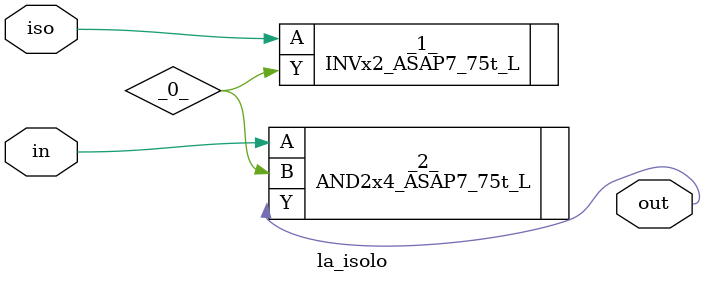
<source format=v>

/* Generated by Yosys 0.44 (git sha1 80ba43d26, g++ 11.4.0-1ubuntu1~22.04 -fPIC -O3) */

(* top =  1  *)
(* src = "generated" *)
module la_isolo (
    iso,
    in,
    out
);
  wire _0_;
  (* src = "generated" *)
  input in;
  wire in;
  (* src = "generated" *)
  input iso;
  wire iso;
  (* src = "generated" *)
  output out;
  wire out;
  INVx2_ASAP7_75t_L _1_ (
      .A(iso),
      .Y(_0_)
  );
  AND2x4_ASAP7_75t_L _2_ (
      .A(in),
      .B(_0_),
      .Y(out)
  );
endmodule

</source>
